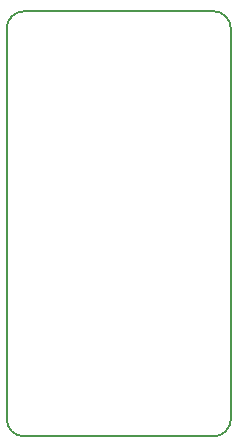
<source format=gm1>
G04 #@! TF.FileFunction,Profile,NP*
%FSLAX46Y46*%
G04 Gerber Fmt 4.6, Leading zero omitted, Abs format (unit mm)*
G04 Created by KiCad (PCBNEW 4.0.7) date Thu Jan 25 15:49:40 2018*
%MOMM*%
%LPD*%
G01*
G04 APERTURE LIST*
%ADD10C,0.100000*%
%ADD11C,0.150000*%
G04 APERTURE END LIST*
D10*
D11*
X0Y1500000D02*
G75*
G03X1500000Y0I1500000J0D01*
G01*
X17500000Y0D02*
G75*
G03X19000000Y1500000I0J1500000D01*
G01*
X19000000Y34500000D02*
G75*
G03X17500000Y36000000I-1500000J0D01*
G01*
X1497382Y35999998D02*
G75*
G03X0Y34500000I2618J-1499998D01*
G01*
X0Y34500000D02*
X0Y1500000D01*
X17500000Y36000000D02*
X1500000Y36000000D01*
X19000000Y1500000D02*
X19000000Y34500000D01*
X1500000Y0D02*
X17500000Y0D01*
M02*

</source>
